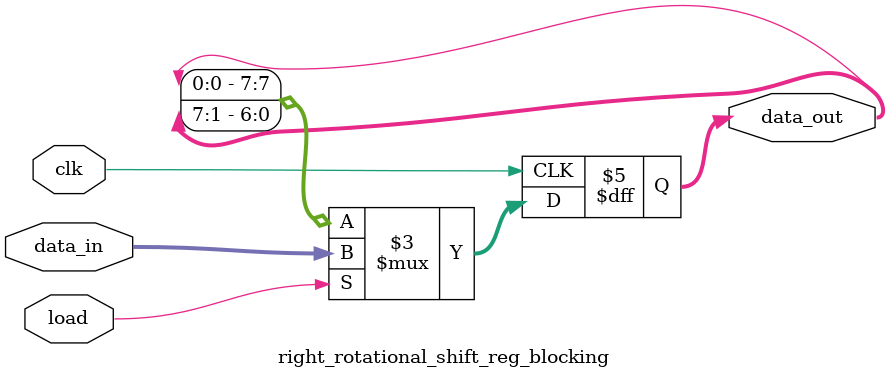
<source format=v>
`timescale 1ns / 1ps


module right_rotational_shift_reg_blocking(
    input clk,             
    input load,           
    input [7:0] data_in,   
    output reg [7:0] data_out 
);

always @(posedge clk) begin
    if (load) begin
        data_out = data_in;
    end else begin
        data_out = {data_out[0], data_out[7:1]};
    end
end

endmodule

</source>
